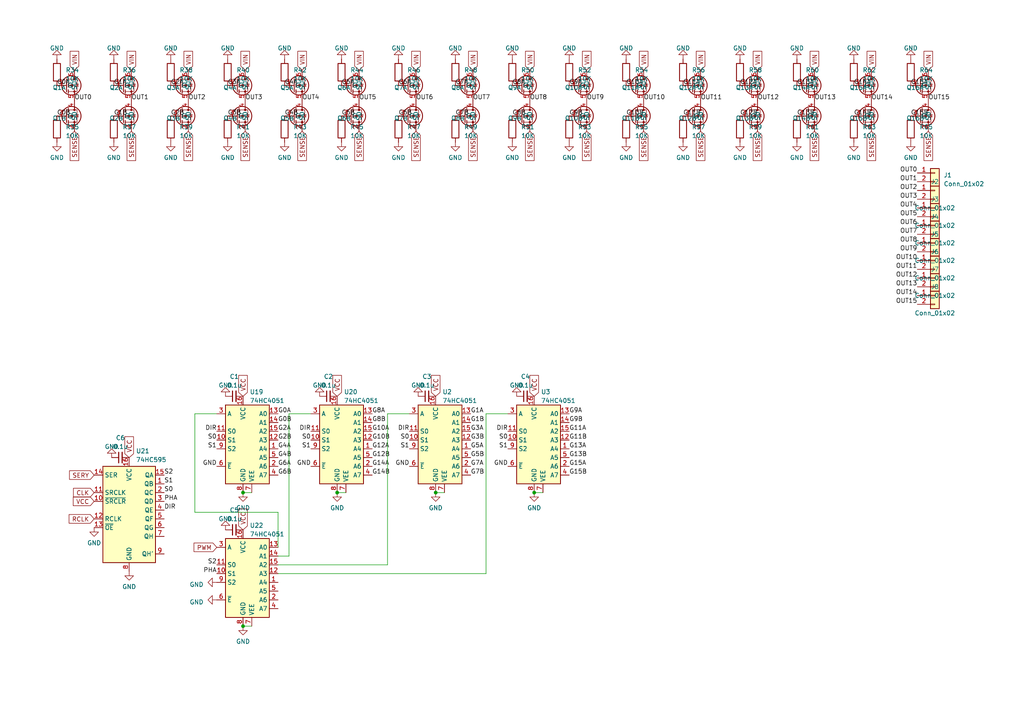
<source format=kicad_sch>
(kicad_sch (version 20230121) (generator eeschema)
  (paper "A4")
  (junction (at 126.365 142.875))
  (junction (at 70.485 142.875))
  (junction (at 70.485 181.61))
  (junction (at 97.79 142.875))
  (junction (at 154.94 142.875))
  (wire (pts (xy 154.94 142.875) (xy 157.48 142.875)))
  (wire (pts (xy 83.82 161.29) (xy 83.82 120.015)))
  (wire (pts (xy 56.515 148.59) (xy 56.515 120.015)))
  (wire (pts (xy 112.395 163.83) (xy 80.645 163.83)))
  (wire (pts (xy 126.365 142.875) (xy 128.905 142.875)))
  (wire (pts (xy 56.515 120.015) (xy 62.865 120.015)))
  (wire (pts (xy 112.395 120.015) (xy 118.745 120.015)))
  (wire (pts (xy 112.395 120.015) (xy 112.395 163.83)))
  (wire (pts (xy 80.645 148.59) (xy 56.515 148.59)))
  (wire (pts (xy 97.79 142.875) (xy 100.33 142.875)))
  (wire (pts (xy 83.82 120.015) (xy 90.17 120.015)))
  (wire (pts (xy 140.97 166.37) (xy 80.645 166.37)))
  (wire (pts (xy 140.97 120.015) (xy 147.32 120.015)))
  (wire (pts (xy 140.97 120.015) (xy 140.97 166.37)))
  (wire (pts (xy 80.645 161.29) (xy 83.82 161.29)))
  (wire (pts (xy 70.485 181.61) (xy 73.025 181.61)))
  (wire (pts (xy 80.645 158.75) (xy 80.645 148.59)))
  (wire (pts (xy 70.485 142.875) (xy 73.025 142.875)))
  (label "DIR" (at 62.865 125.095 180))
  (label "G6B" (at 80.645 137.795 0))
  (label "S0" (at 62.865 127.635 180))
  (label "OUT10" (at 266.065 75.565 180))
  (label "G11A" (at 165.1 125.095 0))
  (label "OUT5" (at 266.065 62.865 180))
  (label "G10A" (at 181.61 24.765 0))
  (label "PHA" (at 62.865 166.37 180))
  (label "OUT13" (at 266.065 83.185 180))
  (label "G13A" (at 165.1 130.175 0))
  (label "G5B" (at 136.525 132.715 0))
  (label "G3A" (at 66.04 24.765 0))
  (label "G5B" (at 99.06 33.655 0))
  (label "OUT9" (at 170.18 29.21 0))
  (label "G1B" (at 136.525 122.555 0))
  (label "G3A" (at 136.525 125.095 0))
  (label "G11B" (at 165.1 127.635 0))
  (label "OUT8" (at 153.67 29.21 0))
  (label "G2A" (at 80.645 125.095 0))
  (label "OUT4" (at 87.63 29.21 0))
  (label "G0A" (at 80.645 120.015 0))
  (label "G15A" (at 264.16 24.765 0))
  (label "G14A" (at 247.65 24.765 0))
  (label "G6A" (at 80.645 135.255 0))
  (label "OUT7" (at 266.065 67.945 180))
  (label "OUT14" (at 266.065 85.725 180))
  (label "G12B" (at 107.95 132.715 0))
  (label "G13B" (at 165.1 132.715 0))
  (label "G7A" (at 132.08 24.765 0))
  (label "OUT6" (at 266.065 65.405 180))
  (label "G9A" (at 165.1 120.015 0))
  (label "G2A" (at 49.53 24.765 0))
  (label "OUT12" (at 266.065 80.645 180))
  (label "G5A" (at 136.525 130.175 0))
  (label "S1" (at 118.745 130.175 180))
  (label "G7B" (at 132.08 33.655 0))
  (label "G15B" (at 264.16 33.655 0))
  (label "PHA" (at 47.625 145.415 0))
  (label "G15B" (at 165.1 137.795 0))
  (label "G14B" (at 247.65 33.655 0))
  (label "G9B" (at 165.1 122.555 0))
  (label "S1" (at 47.625 140.335 0))
  (label "OUT0" (at 21.59 29.21 0))
  (label "S0" (at 90.17 127.635 180))
  (label "S2" (at 47.625 137.795 0))
  (label "G11A" (at 198.12 24.765 0))
  (label "G12B" (at 214.63 33.655 0))
  (label "G3B" (at 66.04 33.655 0))
  (label "OUT2" (at 54.61 29.21 0))
  (label "G2B" (at 80.645 127.635 0))
  (label "G9A" (at 165.1 24.765 0))
  (label "G0A" (at 16.51 24.765 0))
  (label "OUT11" (at 266.065 78.105 180))
  (label "G4B" (at 82.55 33.655 0))
  (label "OUT4" (at 266.065 60.325 180))
  (label "G5A" (at 99.06 24.765 0))
  (label "OUT1" (at 266.065 52.705 180))
  (label "G4B" (at 80.645 132.715 0))
  (label "G12A" (at 107.95 130.175 0))
  (label "S0" (at 118.745 127.635 180))
  (label "G8A" (at 148.59 24.765 0))
  (label "GND" (at 147.32 135.255 180))
  (label "G9B" (at 165.1 33.655 0))
  (label "OUT0" (at 266.065 50.165 180))
  (label "G13B" (at 231.14 33.655 0))
  (label "G14A" (at 107.95 135.255 0))
  (label "OUT12" (at 219.71 29.21 0))
  (label "OUT13" (at 236.22 29.21 0))
  (label "G13A" (at 231.14 24.765 0))
  (label "S1" (at 147.32 130.175 180))
  (label "S1" (at 90.17 130.175 180))
  (label "G0B" (at 80.645 122.555 0))
  (label "OUT9" (at 266.065 73.025 180))
  (label "G11B" (at 198.12 33.655 0))
  (label "G3B" (at 136.525 127.635 0))
  (label "GND" (at 62.865 135.255 180))
  (label "OUT1" (at 38.1 29.21 0))
  (label "G10B" (at 107.95 127.635 0))
  (label "G4A" (at 82.55 24.765 0))
  (label "G8A" (at 107.95 120.015 0))
  (label "G10A" (at 107.95 125.095 0))
  (label "OUT14" (at 252.73 29.21 0))
  (label "DIR" (at 147.32 125.095 180))
  (label "G0B" (at 16.51 33.655 0))
  (label "OUT6" (at 120.65 29.21 0))
  (label "OUT3" (at 266.065 57.785 180))
  (label "G15A" (at 165.1 135.255 0))
  (label "G8B" (at 107.95 122.555 0))
  (label "S0" (at 147.32 127.635 180))
  (label "OUT15" (at 269.24 29.21 0))
  (label "OUT8" (at 266.065 70.485 180))
  (label "G14B" (at 107.95 137.795 0))
  (label "DIR" (at 47.625 147.955 0))
  (label "G2B" (at 49.53 33.655 0))
  (label "GND" (at 118.745 135.255 180))
  (label "G8B" (at 148.59 33.655 0))
  (label "OUT2" (at 266.065 55.245 180))
  (label "G1A" (at 136.525 120.015 0))
  (label "DIR" (at 90.17 125.095 180))
  (label "G1B" (at 33.02 33.655 0))
  (label "G6B" (at 115.57 33.655 0))
  (label "S2" (at 62.865 163.83 180))
  (label "S0" (at 47.625 142.875 0))
  (label "OUT10" (at 186.69 29.21 0))
  (label "G7A" (at 136.525 135.255 0))
  (label "S1" (at 62.865 130.175 180))
  (label "OUT5" (at 104.14 29.21 0))
  (label "GND" (at 90.17 135.255 180))
  (label "OUT7" (at 137.16 29.21 0))
  (label "G6A" (at 115.57 24.765 0))
  (label "G1A" (at 33.02 24.765 0))
  (label "OUT11" (at 203.2 29.21 0))
  (label "G10B" (at 181.61 33.655 0))
  (label "DIR" (at 118.745 125.095 180))
  (label "G12A" (at 214.63 24.765 0))
  (label "OUT3" (at 71.12 29.21 0))
  (label "OUT15" (at 266.065 88.265 180))
  (label "G4A" (at 80.645 130.175 0))
  (label "G7B" (at 136.525 137.795 0))
  (global_label "VIN" (shape input) (at 186.69 20.32 90) (property "Intersheetrefs" "${INTERSHEET_REFS}" (effects hide)))
  (global_label "SENSE" (shape input) (at 87.63 38.1 270) (property "Intersheetrefs" "${INTERSHEET_REFS}" (effects hide)))
  (global_label "VIN" (shape input) (at 219.71 20.32 90) (property "Intersheetrefs" "${INTERSHEET_REFS}" (effects hide)))
  (global_label "SENSE" (shape input) (at 186.69 38.1 270) (property "Intersheetrefs" "${INTERSHEET_REFS}" (effects hide)))
  (global_label "VIN" (shape input) (at 203.2 20.32 90) (property "Intersheetrefs" "${INTERSHEET_REFS}" (effects hide)))
  (global_label "SENSE" (shape input) (at 252.73 38.1 270) (property "Intersheetrefs" "${INTERSHEET_REFS}" (effects hide)))
  (global_label "VIN" (shape input) (at 137.16 20.32 90) (property "Intersheetrefs" "${INTERSHEET_REFS}" (effects hide)))
  (global_label "VIN" (shape input) (at 252.73 20.32 90) (property "Intersheetrefs" "${INTERSHEET_REFS}" (effects hide)))
  (global_label "VIN" (shape input) (at 87.63 20.32 90) (property "Intersheetrefs" "${INTERSHEET_REFS}" (effects hide)))
  (global_label "VCC" (shape input) (at 27.305 145.415 180) (property "Intersheetrefs" "${INTERSHEET_REFS}" (effects hide)))
  (global_label "SENSE" (shape input) (at 219.71 38.1 270) (property "Intersheetrefs" "${INTERSHEET_REFS}" (effects hide)))
  (global_label "VIN" (shape input) (at 71.12 20.32 90) (property "Intersheetrefs" "${INTERSHEET_REFS}" (effects hide)))
  (global_label "SENSE" (shape input) (at 203.2 38.1 270) (property "Intersheetrefs" "${INTERSHEET_REFS}" (effects hide)))
  (global_label "SENSE" (shape input) (at 170.18 38.1 270) (property "Intersheetrefs" "${INTERSHEET_REFS}" (effects hide)))
  (global_label "VCC" (shape input) (at 70.485 153.67 90) (property "Intersheetrefs" "${INTERSHEET_REFS}" (effects hide)))
  (global_label "RCLK" (shape input) (at 27.305 150.495 180) (property "Intersheetrefs" "${INTERSHEET_REFS}" (effects hide)))
  (global_label "VIN" (shape input) (at 21.59 20.32 90) (property "Intersheetrefs" "${INTERSHEET_REFS}" (effects hide)))
  (global_label "VIN" (shape input) (at 54.61 20.32 90) (property "Intersheetrefs" "${INTERSHEET_REFS}" (effects hide)))
  (global_label "SENSE" (shape input) (at 21.59 38.1 270) (property "Intersheetrefs" "${INTERSHEET_REFS}" (effects hide)))
  (global_label "PWM" (shape input) (at 62.865 158.75 180) (property "Intersheetrefs" "${INTERSHEET_REFS}" (effects hide)))
  (global_label "VCC" (shape input) (at 97.79 114.935 90) (property "Intersheetrefs" "${INTERSHEET_REFS}" (effects hide)))
  (global_label "VIN" (shape input) (at 236.22 20.32 90) (property "Intersheetrefs" "${INTERSHEET_REFS}" (effects hide)))
  (global_label "SENSE" (shape input) (at 54.61 38.1 270) (property "Intersheetrefs" "${INTERSHEET_REFS}" (effects hide)))
  (global_label "SENSE" (shape input) (at 236.22 38.1 270) (property "Intersheetrefs" "${INTERSHEET_REFS}" (effects hide)))
  (global_label "VIN" (shape input) (at 120.65 20.32 90) (property "Intersheetrefs" "${INTERSHEET_REFS}" (effects hide)))
  (global_label "SENSE" (shape input) (at 269.24 38.1 270) (property "Intersheetrefs" "${INTERSHEET_REFS}" (effects hide)))
  (global_label "SENSE" (shape input) (at 120.65 38.1 270) (property "Intersheetrefs" "${INTERSHEET_REFS}" (effects hide)))
  (global_label "VIN" (shape input) (at 104.14 20.32 90) (property "Intersheetrefs" "${INTERSHEET_REFS}" (effects hide)))
  (global_label "CLK" (shape input) (at 27.305 142.875 180) (property "Intersheetrefs" "${INTERSHEET_REFS}" (effects hide)))
  (global_label "VIN" (shape input) (at 269.24 20.32 90) (property "Intersheetrefs" "${INTERSHEET_REFS}" (effects hide)))
  (global_label "VCC" (shape input) (at 154.94 114.935 90) (property "Intersheetrefs" "${INTERSHEET_REFS}" (effects hide)))
  (global_label "SENSE" (shape input) (at 38.1 38.1 270) (property "Intersheetrefs" "${INTERSHEET_REFS}" (effects hide)))
  (global_label "VIN" (shape input) (at 38.1 20.32 90) (property "Intersheetrefs" "${INTERSHEET_REFS}" (effects hide)))
  (global_label "VIN" (shape input) (at 153.67 20.32 90) (property "Intersheetrefs" "${INTERSHEET_REFS}" (effects hide)))
  (global_label "VCC" (shape input) (at 126.365 114.935 90) (property "Intersheetrefs" "${INTERSHEET_REFS}" (effects hide)))
  (global_label "SENSE" (shape input) (at 71.12 38.1 270) (property "Intersheetrefs" "${INTERSHEET_REFS}" (effects hide)))
  (global_label "SENSE" (shape input) (at 137.16 38.1 270) (property "Intersheetrefs" "${INTERSHEET_REFS}" (effects hide)))
  (global_label "SENSE" (shape input) (at 104.14 38.1 270) (property "Intersheetrefs" "${INTERSHEET_REFS}" (effects hide)))
  (global_label "VCC" (shape input) (at 37.465 132.715 90) (property "Intersheetrefs" "${INTERSHEET_REFS}" (effects hide)))
  (global_label "SENSE" (shape input) (at 153.67 38.1 270) (property "Intersheetrefs" "${INTERSHEET_REFS}" (effects hide)))
  (global_label "SERY" (shape input) (at 27.305 137.795 180) (property "Intersheetrefs" "${INTERSHEET_REFS}" (effects hide)))
  (global_label "VIN" (shape input) (at 170.18 20.32 90) (property "Intersheetrefs" "${INTERSHEET_REFS}" (effects hide)))
  (global_label "VCC" (shape input) (at 70.485 114.935 90) (property "Intersheetrefs" "${INTERSHEET_REFS}" (effects hide)))
  (symbol (lib_id "TacTile2:DMN2053UVT") (at 203.2 33.655 0) (unit 2)
    (property "Reference" "Q12" (at 196.85 34.29 0) (effects (justify left)))
    (property "Value" "~" (at 203.2 33.655 0))
    (property "Footprint" "Package_TO_SOT_SMD:TSOT-23-6" (effects hide))
    (instances (project "PEST_Driver" (path "" (reference "Q12") (unit 2)) (path "" (reference "Q12") (unit 2)) (path "" (reference "Q28") (unit 2))))
  )
  (symbol (lib_id "power:GND") (at 92.71 114.935 180) (unit 1)
    (property "Reference" "#PWR0123" (effects hide))
    (property "Value" "GND" (at 92.71 111.76 0))
    (instances (project "PEST_Driver" (path "" (reference "#PWR0123") (unit 1)) (path "" (reference "#PWR054") (unit 1))))
  )
  (symbol (lib_id "Device:R") (at 214.63 20.955 0) (unit 1)
    (property "Reference" "R58" (at 217.17 20.32 0) (effects (justify left)))
    (property "Value" "10K" (at 217.17 22.86 0) (effects (justify left)))
    (property "Footprint" "Resistor_SMD:R_0402_1005Metric" (effects hide))
    (instances (project "PEST_Driver" (path "" (reference "R58") (unit 1)) (path "" (reference "R90") (unit 1))))
  )
  (symbol (lib_id "power:GND") (at 99.06 17.145 180) (unit 1)
    (property "Reference" "#PWR06" (effects hide))
    (property "Value" "GND" (at 99.06 13.97 0))
    (instances (project "PEST_Driver" (path "" (reference "#PWR06") (unit 1)) (path "" (reference "#PWR099") (unit 1))))
  )
  (symbol (lib_id "TacTile2:DMN2053UVT") (at 269.24 24.765 0) (unit 1)
    (property "Reference" "Q16" (at 262.89 25.4 0) (effects (justify left)))
    (property "Value" "~" (at 269.24 24.765 0))
    (property "Footprint" "Package_TO_SOT_SMD:TSOT-23-6" (effects hide))
    (instances (project "PEST_Driver" (path "" (reference "Q16") (unit 1)) (path "" (reference "Q16") (unit 1)) (path "" (reference "Q32") (unit 1))))
  )
  (symbol (lib_id "Connector_Generic:Conn_01x02") (at 271.145 60.325 0) (unit 1)
    (property "Reference" "J3" (at 271.145 57.785 0))
    (property "Value" "Conn_01x02" (at 271.145 65.405 0))
    (property "Footprint" "TacTile2:High_Current_Jumper" (effects hide))
    (instances (project "PEST_Driver" (path "" (reference "J3") (unit 1)) (path "" (reference "J3") (unit 1)) (path "" (reference "J12") (unit 1))))
  )
  (symbol (lib_id "Device:R") (at 231.14 20.955 0) (unit 1)
    (property "Reference" "R60" (at 233.68 20.32 0) (effects (justify left)))
    (property "Value" "10K" (at 233.68 22.86 0) (effects (justify left)))
    (property "Footprint" "Resistor_SMD:R_0402_1005Metric" (effects hide))
    (instances (project "PEST_Driver" (path "" (reference "R60") (unit 1)) (path "" (reference "R91") (unit 1))))
  )
  (symbol (lib_id "TacTile2:DMN2053UVT") (at 137.16 33.655 0) (unit 2)
    (property "Reference" "Q8" (at 130.81 34.29 0) (effects (justify left)))
    (property "Value" "~" (at 137.16 33.655 0))
    (property "Footprint" "Package_TO_SOT_SMD:TSOT-23-6" (effects hide))
    (instances (project "PEST_Driver" (path "" (reference "Q8") (unit 2)) (path "" (reference "Q8") (unit 2)) (path "" (reference "Q24") (unit 2))))
  )
  (symbol (lib_id "power:GND") (at 115.57 41.275 0) (unit 1)
    (property "Reference" "#PWR035" (effects hide))
    (property "Value" "GND" (at 115.57 45.72 0))
    (instances (project "PEST_Driver" (path "" (reference "#PWR035") (unit 1)) (path "" (reference "#PWR0105") (unit 1))))
  )
  (symbol (lib_id "TacTile2:DMN2053UVT") (at 203.2 24.765 0) (unit 1)
    (property "Reference" "Q12" (at 196.85 25.4 0) (effects (justify left)))
    (property "Value" "~" (at 203.2 24.765 0))
    (property "Footprint" "Package_TO_SOT_SMD:TSOT-23-6" (effects hide))
    (instances (project "PEST_Driver" (path "" (reference "Q12") (unit 1)) (path "" (reference "Q12") (unit 1)) (path "" (reference "Q28") (unit 1))))
  )
  (symbol (lib_id "power:GND") (at 62.865 173.99 270) (unit 1)
    (property "Reference" "#PWR049" (effects hide))
    (property "Value" "GND" (at 59.055 174.625 90) (effects (justify right)))
    (instances (project "PEST_Driver" (path "" (reference "#PWR049") (unit 1)) (path "" (reference "#PWR018") (unit 1))))
  )
  (symbol (lib_id "power:GND") (at 27.305 153.035 0) (unit 1)
    (property "Reference" "#PWR045" (effects hide))
    (property "Value" "GND" (at 27.305 157.48 0))
    (instances (project "PEST_Driver" (path "" (reference "#PWR045") (unit 1)) (path "" (reference "#PWR017") (unit 1))))
  )
  (symbol (lib_id "power:GND") (at 49.53 17.145 180) (unit 1)
    (property "Reference" "#PWR03" (effects hide))
    (property "Value" "GND" (at 49.53 13.97 0))
    (instances (project "PEST_Driver" (path "" (reference "#PWR03") (unit 1)) (path "" (reference "#PWR094") (unit 1))))
  )
  (symbol (lib_id "power:GND") (at 126.365 142.875 0) (unit 1)
    (property "Reference" "#PWR057" (effects hide))
    (property "Value" "GND" (at 126.365 147.32 0))
    (instances (project "PEST_Driver" (path "" (reference "#PWR057") (unit 1)) (path "" (reference "#PWR013") (unit 1))))
  )
  (symbol (lib_id "power:GND") (at 97.79 142.875 0) (unit 1)
    (property "Reference" "#PWR055" (effects hide))
    (property "Value" "GND" (at 97.79 147.32 0))
    (instances (project "PEST_Driver" (path "" (reference "#PWR055") (unit 1)) (path "" (reference "#PWR012") (unit 1))))
  )
  (symbol (lib_id "power:GND") (at 62.865 168.91 270) (unit 1)
    (property "Reference" "#PWR048" (effects hide))
    (property "Value" "GND" (at 59.055 169.545 90) (effects (justify right)))
    (instances (project "PEST_Driver" (path "" (reference "#PWR048") (unit 1)) (path "" (reference "#PWR019") (unit 1))))
  )
  (symbol (lib_id "Device:C_Small") (at 67.945 153.67 90) (unit 1)
    (property "Reference" "C5" (at 67.9513 147.955 90))
    (property "Value" "0.1u" (at 67.9513 150.495 90))
    (property "Footprint" "Capacitor_SMD:C_0402_1005Metric" (effects hide))
    (instances (project "PEST_Driver" (path "" (reference "C5") (unit 1)) (path "" (reference "C12") (unit 1))))
  )
  (symbol (lib_id "Device:R") (at 231.14 37.465 0) (unit 1)
    (property "Reference" "R61" (at 233.68 36.83 0) (effects (justify left)))
    (property "Value" "10K" (at 233.68 39.37 0) (effects (justify left)))
    (property "Footprint" "Resistor_SMD:R_0402_1005Metric" (effects hide))
    (instances (project "PEST_Driver" (path "" (reference "R61") (unit 1)) (path "" (reference "R95") (unit 1))))
  )
  (symbol (lib_id "TacTile2:DMN2053UVT") (at 236.22 33.655 0) (unit 2)
    (property "Reference" "Q14" (at 229.87 34.29 0) (effects (justify left)))
    (property "Value" "~" (at 236.22 33.655 0))
    (property "Footprint" "Package_TO_SOT_SMD:TSOT-23-6" (effects hide))
    (instances (project "PEST_Driver" (path "" (reference "Q14") (unit 2)) (path "" (reference "Q14") (unit 2)) (path "" (reference "Q30") (unit 2))))
  )
  (symbol (lib_id "power:GND") (at 264.16 41.275 0) (unit 1)
    (property "Reference" "#PWR044" (effects hide))
    (property "Value" "GND" (at 264.16 45.72 0))
    (instances (project "PEST_Driver" (path "" (reference "#PWR044") (unit 1)) (path "" (reference "#PWR0121") (unit 1))))
  )
  (symbol (lib_id "power:GND") (at 70.485 142.875 0) (unit 1)
    (property "Reference" "#PWR052" (effects hide))
    (property "Value" "GND" (at 70.485 147.32 0))
    (instances (project "PEST_Driver" (path "" (reference "#PWR052") (unit 1)) (path "" (reference "#PWR011") (unit 1))))
  )
  (symbol (lib_id "power:GND") (at 32.385 132.715 180) (unit 1)
    (property "Reference" "#PWR0127" (effects hide))
    (property "Value" "GND" (at 32.385 129.54 0))
    (instances (project "PEST_Driver" (path "" (reference "#PWR0127") (unit 1)) (path "" (reference "#PWR046") (unit 1))))
  )
  (symbol (lib_id "TacTile2:DMN2053UVT") (at 219.71 24.765 0) (unit 1)
    (property "Reference" "Q13" (at 213.36 25.4 0) (effects (justify left)))
    (property "Value" "~" (at 219.71 24.765 0))
    (property "Footprint" "Package_TO_SOT_SMD:TSOT-23-6" (effects hide))
    (instances (project "PEST_Driver" (path "" (reference "Q13") (unit 1)) (path "" (reference "Q13") (unit 1)) (path "" (reference "Q29") (unit 1))))
  )
  (symbol (lib_id "Device:R") (at 49.53 20.955 0) (unit 1)
    (property "Reference" "R38" (at 52.07 20.32 0) (effects (justify left)))
    (property "Value" "10K" (at 52.07 22.86 0) (effects (justify left)))
    (property "Footprint" "Resistor_SMD:R_0402_1005Metric" (effects hide))
    (instances (project "PEST_Driver" (path "" (reference "R38") (unit 1)) (path "" (reference "R70") (unit 1))))
  )
  (symbol (lib_id "Connector_Generic:Conn_01x02") (at 271.145 85.725 0) (unit 1)
    (property "Reference" "J8" (at 271.145 83.185 0))
    (property "Value" "Conn_01x02" (at 271.145 90.805 0))
    (property "Footprint" "TacTile2:High_Current_Jumper" (effects hide))
    (instances (project "PEST_Driver" (path "" (reference "J8") (unit 1)) (path "" (reference "J8") (unit 1)) (path "" (reference "J17") (unit 1))))
  )
  (symbol (lib_id "74xx:74HC595") (at 37.465 147.955 0) (unit 1)
    (property "Reference" "U21" (at 39.4209 130.81 0) (effects (justify left)))
    (property "Value" "74HC595" (at 39.4209 133.35 0) (effects (justify left)))
    (property "Footprint" "Package_SO:TSSOP-16_4.4x5mm_P0.65mm" (effects hide))
    (property "Datasheet" "http://www.ti.com/lit/ds/symlink/sn74hc595.pdf" (effects hide))
    (instances (project "PEST_Driver" (path "" (reference "U21") (unit 1)) (path "" (reference "U12") (unit 1)) (path "" (reference "U11") (unit 1))))
  )
  (symbol (lib_id "power:GND") (at 165.1 41.275 0) (unit 1)
    (property "Reference" "#PWR038" (effects hide))
    (property "Value" "GND" (at 165.1 45.72 0))
    (instances (project "PEST_Driver" (path "" (reference "#PWR038") (unit 1)) (path "" (reference "#PWR0111") (unit 1))))
  )
  (symbol (lib_id "Device:R") (at 16.51 37.465 0) (unit 1)
    (property "Reference" "R35" (at 19.05 36.83 0) (effects (justify left)))
    (property "Value" "10K" (at 19.05 39.37 0) (effects (justify left)))
    (property "Footprint" "Resistor_SMD:R_0402_1005Metric" (effects hide))
    (instances (project "PEST_Driver" (path "" (reference "R35") (unit 1)) (path "" (reference "R67") (unit 1))))
  )
  (symbol (lib_id "Device:R") (at 198.12 20.955 0) (unit 1)
    (property "Reference" "R56" (at 200.66 20.32 0) (effects (justify left)))
    (property "Value" "10K" (at 200.66 22.86 0) (effects (justify left)))
    (property "Footprint" "Resistor_SMD:R_0402_1005Metric" (effects hide))
    (instances (project "PEST_Driver" (path "" (reference "R56") (unit 1)) (path "" (reference "R86") (unit 1))))
  )
  (symbol (lib_id "Device:R") (at 214.63 37.465 0) (unit 1)
    (property "Reference" "R59" (at 217.17 36.83 0) (effects (justify left)))
    (property "Value" "10K" (at 217.17 39.37 0) (effects (justify left)))
    (property "Footprint" "Resistor_SMD:R_0402_1005Metric" (effects hide))
    (instances (project "PEST_Driver" (path "" (reference "R59") (unit 1)) (path "" (reference "R94") (unit 1))))
  )
  (symbol (lib_id "74xx:74HC4051") (at 126.365 127.635 0) (unit 1)
    (property "Reference" "U2" (at 128.3209 113.665 0) (effects (justify left)))
    (property "Value" "74HC4051" (at 128.3209 116.205 0) (effects (justify left)))
    (property "Footprint" "Package_SO:TSSOP-16_4.4x5mm_P0.65mm" (effects hide))
    (property "Datasheet" "http://www.ti.com/lit/ds/symlink/cd74hc4051.pdf" (effects hide))
    (instances (project "PEST_Driver" (path "" (reference "U2") (unit 1)) (path "" (reference "U4") (unit 1)) (path "" (reference "U9") (unit 1))))
  )
  (symbol (lib_id "TacTile2:DMN2053UVT") (at 153.67 33.655 0) (unit 2)
    (property "Reference" "Q9" (at 147.32 34.29 0) (effects (justify left)))
    (property "Value" "~" (at 153.67 33.655 0))
    (property "Footprint" "Package_TO_SOT_SMD:TSOT-23-6" (effects hide))
    (instances (project "PEST_Driver" (path "" (reference "Q9") (unit 2)) (path "" (reference "Q9") (unit 2)) (path "" (reference "Q25") (unit 2))))
  )
  (symbol (lib_id "Device:R") (at 264.16 20.955 0) (unit 1)
    (property "Reference" "R64" (at 266.7 20.32 0) (effects (justify left)))
    (property "Value" "10K" (at 266.7 22.86 0) (effects (justify left)))
    (property "Footprint" "Resistor_SMD:R_0402_1005Metric" (effects hide))
    (instances (project "PEST_Driver" (path "" (reference "R64") (unit 1)) (path "" (reference "R93") (unit 1))))
  )
  (symbol (lib_id "TacTile2:DMN2053UVT") (at 54.61 33.655 0) (unit 2)
    (property "Reference" "Q3" (at 48.26 34.29 0) (effects (justify left)))
    (property "Value" "~" (at 54.61 33.655 0))
    (property "Footprint" "Package_TO_SOT_SMD:TSOT-23-6" (effects hide))
    (instances (project "PEST_Driver" (path "" (reference "Q3") (unit 2)) (path "" (reference "Q3") (unit 2)) (path "" (reference "Q19") (unit 2))))
  )
  (symbol (lib_id "TacTile2:DMN2053UVT") (at 170.18 24.765 0) (unit 1)
    (property "Reference" "Q10" (at 163.83 25.4 0) (effects (justify left)))
    (property "Value" "~" (at 170.18 24.765 0))
    (property "Footprint" "Package_TO_SOT_SMD:TSOT-23-6" (effects hide))
    (instances (project "PEST_Driver" (path "" (reference "Q10") (unit 1)) (path "" (reference "Q10") (unit 1)) (path "" (reference "Q26") (unit 1))))
  )
  (symbol (lib_id "power:GND") (at 198.12 41.275 0) (unit 1)
    (property "Reference" "#PWR040" (effects hide))
    (property "Value" "GND" (at 198.12 45.72 0))
    (instances (project "PEST_Driver" (path "" (reference "#PWR040") (unit 1)) (path "" (reference "#PWR0113") (unit 1))))
  )
  (symbol (lib_id "TacTile2:DMN2053UVT") (at 87.63 24.765 0) (unit 1)
    (property "Reference" "Q5" (at 81.28 25.4 0) (effects (justify left)))
    (property "Value" "~" (at 87.63 24.765 0))
    (property "Footprint" "Package_TO_SOT_SMD:TSOT-23-6" (effects hide))
    (instances (project "PEST_Driver" (path "" (reference "Q5") (unit 1)) (path "" (reference "Q5") (unit 1)) (path "" (reference "Q21") (unit 1))))
  )
  (symbol (lib_id "power:GND") (at 165.1 17.145 180) (unit 1)
    (property "Reference" "#PWR010" (effects hide))
    (property "Value" "GND" (at 165.1 13.97 0))
    (instances (project "PEST_Driver" (path "" (reference "#PWR010") (unit 1)) (path "" (reference "#PWR0108") (unit 1))))
  )
  (symbol (lib_id "power:GND") (at 82.55 41.275 0) (unit 1)
    (property "Reference" "#PWR033" (effects hide))
    (property "Value" "GND" (at 82.55 45.72 0))
    (instances (project "PEST_Driver" (path "" (reference "#PWR033") (unit 1)) (path "" (reference "#PWR0100") (unit 1))))
  )
  (symbol (lib_id "power:GND") (at 231.14 41.275 0) (unit 1)
    (property "Reference" "#PWR042" (effects hide))
    (property "Value" "GND" (at 231.14 45.72 0))
    (instances (project "PEST_Driver" (path "" (reference "#PWR042") (unit 1)) (path "" (reference "#PWR0119") (unit 1))))
  )
  (symbol (lib_id "Device:R") (at 165.1 37.465 0) (unit 1)
    (property "Reference" "R53" (at 167.64 36.83 0) (effects (justify left)))
    (property "Value" "10K" (at 167.64 39.37 0) (effects (justify left)))
    (property "Footprint" "Resistor_SMD:R_0402_1005Metric" (effects hide))
    (instances (project "PEST_Driver" (path "" (reference "R53") (unit 1)) (path "" (reference "R87") (unit 1))))
  )
  (symbol (lib_id "TacTile2:DMN2053UVT") (at 137.16 24.765 0) (unit 1)
    (property "Reference" "Q8" (at 130.81 25.4 0) (effects (justify left)))
    (property "Value" "~" (at 137.16 24.765 0))
    (property "Footprint" "Package_TO_SOT_SMD:TSOT-23-6" (effects hide))
    (instances (project "PEST_Driver" (path "" (reference "Q8") (unit 1)) (path "" (reference "Q8") (unit 1)) (path "" (reference "Q24") (unit 1))))
  )
  (symbol (lib_id "TacTile2:DMN2053UVT") (at 38.1 24.765 0) (unit 1)
    (property "Reference" "Q2" (at 31.75 25.4 0) (effects (justify left)))
    (property "Value" "~" (at 38.1 24.765 0))
    (property "Footprint" "Package_TO_SOT_SMD:TSOT-23-6" (effects hide))
    (instances (project "PEST_Driver" (path "" (reference "Q2") (unit 1)) (path "" (reference "Q2") (unit 1)) (path "" (reference "Q18") (unit 1))))
  )
  (symbol (lib_id "Device:C_Small") (at 34.925 132.715 90) (unit 1)
    (property "Reference" "C6" (at 34.9313 127 90))
    (property "Value" "0.1u" (at 34.9313 129.54 90))
    (property "Footprint" "Capacitor_SMD:C_0402_1005Metric" (effects hide))
    (instances (project "PEST_Driver" (path "" (reference "C6") (unit 1)) (path "" (reference "C11") (unit 1))))
  )
  (symbol (lib_id "TacTile2:DMN2053UVT") (at 236.22 24.765 0) (unit 1)
    (property "Reference" "Q14" (at 229.87 25.4 0) (effects (justify left)))
    (property "Value" "~" (at 236.22 24.765 0))
    (property "Footprint" "Package_TO_SOT_SMD:TSOT-23-6" (effects hide))
    (instances (project "PEST_Driver" (path "" (reference "Q14") (unit 1)) (path "" (reference "Q14") (unit 1)) (path "" (reference "Q30") (unit 1))))
  )
  (symbol (lib_id "TacTile2:DMN2053UVT") (at 71.12 24.765 0) (unit 1)
    (property "Reference" "Q4" (at 64.77 25.4 0) (effects (justify left)))
    (property "Value" "~" (at 71.12 24.765 0))
    (property "Footprint" "Package_TO_SOT_SMD:TSOT-23-6" (effects hide))
    (instances (project "PEST_Driver" (path "" (reference "Q4") (unit 1)) (path "" (reference "Q4") (unit 1)) (path "" (reference "Q20") (unit 1))))
  )
  (symbol (lib_id "TacTile2:DMN2053UVT") (at 38.1 33.655 0) (unit 2)
    (property "Reference" "Q2" (at 31.75 34.29 0) (effects (justify left)))
    (property "Value" "~" (at 38.1 33.655 0))
    (property "Footprint" "Package_TO_SOT_SMD:TSOT-23-6" (effects hide))
    (instances (project "PEST_Driver" (path "" (reference "Q2") (unit 2)) (path "" (reference "Q2") (unit 2)) (path "" (reference "Q18") (unit 2))))
  )
  (symbol (lib_id "Device:R") (at 49.53 37.465 0) (unit 1)
    (property "Reference" "R39" (at 52.07 36.83 0) (effects (justify left)))
    (property "Value" "10K" (at 52.07 39.37 0) (effects (justify left)))
    (property "Footprint" "Resistor_SMD:R_0402_1005Metric" (effects hide))
    (instances (project "PEST_Driver" (path "" (reference "R39") (unit 1)) (path "" (reference "R72") (unit 1))))
  )
  (symbol (lib_id "power:GND") (at 247.65 17.145 180) (unit 1)
    (property "Reference" "#PWR027" (effects hide))
    (property "Value" "GND" (at 247.65 13.97 0))
    (instances (project "PEST_Driver" (path "" (reference "#PWR027") (unit 1)) (path "" (reference "#PWR0116") (unit 1))))
  )
  (symbol (lib_id "74xx:74HC4051") (at 97.79 127.635 0) (unit 1)
    (property "Reference" "U20" (at 99.7459 113.665 0) (effects (justify left)))
    (property "Value" "74HC4051" (at 99.7459 116.205 0) (effects (justify left)))
    (property "Footprint" "Package_SO:TSSOP-16_4.4x5mm_P0.65mm" (effects hide))
    (property "Datasheet" "http://www.ti.com/lit/ds/symlink/cd74hc4051.pdf" (effects hide))
    (instances (project "PEST_Driver" (path "" (reference "U20") (unit 1)) (path "" (reference "U3") (unit 1)) (path "" (reference "U8") (unit 1))))
  )
  (symbol (lib_id "Device:R") (at 82.55 37.465 0) (unit 1)
    (property "Reference" "R43" (at 85.09 36.83 0) (effects (justify left)))
    (property "Value" "10K" (at 85.09 39.37 0) (effects (justify left)))
    (property "Footprint" "Resistor_SMD:R_0402_1005Metric" (effects hide))
    (instances (project "PEST_Driver" (path "" (reference "R43") (unit 1)) (path "" (reference "R76") (unit 1))))
  )
  (symbol (lib_id "Device:R") (at 148.59 20.955 0) (unit 1)
    (property "Reference" "R50" (at 151.13 20.32 0) (effects (justify left)))
    (property "Value" "10K" (at 151.13 22.86 0) (effects (justify left)))
    (property "Footprint" "Resistor_SMD:R_0402_1005Metric" (effects hide))
    (instances (project "PEST_Driver" (path "" (reference "R50") (unit 1)) (path "" (reference "R80") (unit 1))))
  )
  (symbol (lib_id "TacTile2:DMN2053UVT") (at 87.63 33.655 0) (unit 2)
    (property "Reference" "Q5" (at 81.28 34.29 0) (effects (justify left)))
    (property "Value" "~" (at 87.63 33.655 0))
    (property "Footprint" "Package_TO_SOT_SMD:TSOT-23-6" (effects hide))
    (instances (project "PEST_Driver" (path "" (reference "Q5") (unit 2)) (path "" (reference "Q5") (unit 2)) (path "" (reference "Q21") (unit 2))))
  )
  (symbol (lib_id "TacTile2:DMN2053UVT") (at 120.65 24.765 0) (unit 1)
    (property "Reference" "Q7" (at 114.3 25.4 0) (effects (justify left)))
    (property "Value" "~" (at 120.65 24.765 0))
    (property "Footprint" "Package_TO_SOT_SMD:TSOT-23-6" (effects hide))
    (instances (project "PEST_Driver" (path "" (reference "Q7") (unit 1)) (path "" (reference "Q7") (unit 1)) (path "" (reference "Q23") (unit 1))))
  )
  (symbol (lib_id "power:GND") (at 37.465 165.735 0) (unit 1)
    (property "Reference" "#PWR047" (effects hide))
    (property "Value" "GND" (at 37.465 170.18 0))
    (instances (project "PEST_Driver" (path "" (reference "#PWR047") (unit 1)) (path "" (reference "#PWR015") (unit 1))))
  )
  (symbol (lib_id "power:GND") (at 148.59 41.275 0) (unit 1)
    (property "Reference" "#PWR037" (effects hide))
    (property "Value" "GND" (at 148.59 45.72 0))
    (instances (project "PEST_Driver" (path "" (reference "#PWR037") (unit 1)) (path "" (reference "#PWR0107") (unit 1))))
  )
  (symbol (lib_id "74xx:74HC4051") (at 154.94 127.635 0) (unit 1)
    (property "Reference" "U3" (at 156.8959 113.665 0) (effects (justify left)))
    (property "Value" "74HC4051" (at 156.8959 116.205 0) (effects (justify left)))
    (property "Footprint" "Package_SO:TSSOP-16_4.4x5mm_P0.65mm" (effects hide))
    (property "Datasheet" "http://www.ti.com/lit/ds/symlink/cd74hc4051.pdf" (effects hide))
    (instances (project "PEST_Driver" (path "" (reference "U3") (unit 1)) (path "" (reference "U5") (unit 1)) (path "" (reference "U10") (unit 1))))
  )
  (symbol (lib_id "Device:R") (at 115.57 20.955 0) (unit 1)
    (property "Reference" "R46" (at 118.11 20.32 0) (effects (justify left)))
    (property "Value" "10K" (at 118.11 22.86 0) (effects (justify left)))
    (property "Footprint" "Resistor_SMD:R_0402_1005Metric" (effects hide))
    (instances (project "PEST_Driver" (path "" (reference "R46") (unit 1)) (path "" (reference "R78") (unit 1))))
  )
  (symbol (lib_id "power:GND") (at 148.59 17.145 180) (unit 1)
    (property "Reference" "#PWR09" (effects hide))
    (property "Value" "GND" (at 148.59 13.97 0))
    (instances (project "PEST_Driver" (path "" (reference "#PWR09") (unit 1)) (path "" (reference "#PWR0104") (unit 1))))
  )
  (symbol (lib_id "power:GND") (at 70.485 181.61 0) (unit 1)
    (property "Reference" "#PWR053" (effects hide))
    (property "Value" "GND" (at 70.485 186.055 0))
    (instances (project "PEST_Driver" (path "" (reference "#PWR053") (unit 1)) (path "" (reference "#PWR016") (unit 1))))
  )
  (symbol (lib_id "Connector_Generic:Conn_01x02") (at 271.145 80.645 0) (unit 1)
    (property "Reference" "J7" (at 271.145 78.105 0))
    (property "Value" "Conn_01x02" (at 271.145 85.725 0))
    (property "Footprint" "TacTile2:High_Current_Jumper" (effects hide))
    (instances (project "PEST_Driver" (path "" (reference "J7") (unit 1)) (path "" (reference "J7") (unit 1)) (path "" (reference "J16") (unit 1))))
  )
  (symbol (lib_id "TacTile2:DMN2053UVT") (at 252.73 24.765 0) (unit 1)
    (property "Reference" "Q15" (at 246.38 25.4 0) (effects (justify left)))
    (property "Value" "~" (at 252.73 24.765 0))
    (property "Footprint" "Package_TO_SOT_SMD:TSOT-23-6" (effects hide))
    (instances (project "PEST_Driver" (path "" (reference "Q15") (unit 1)) (path "" (reference "Q15") (unit 1)) (path "" (reference "Q31") (unit 1))))
  )
  (symbol (lib_id "power:GND") (at 65.405 153.67 180) (unit 1)
    (property "Reference" "#PWR0126" (effects hide))
    (property "Value" "GND" (at 65.405 150.495 0))
    (instances (project "PEST_Driver" (path "" (reference "#PWR0126") (unit 1)) (path "" (reference "#PWR051") (unit 1))))
  )
  (symbol (lib_id "Device:R") (at 115.57 37.465 0) (unit 1)
    (property "Reference" "R47" (at 118.11 36.83 0) (effects (justify left)))
    (property "Value" "10K" (at 118.11 39.37 0) (effects (justify left)))
    (property "Footprint" "Resistor_SMD:R_0402_1005Metric" (effects hide))
    (instances (project "PEST_Driver" (path "" (reference "R47") (unit 1)) (path "" (reference "R81") (unit 1))))
  )
  (symbol (lib_id "Device:R") (at 66.04 37.465 0) (unit 1)
    (property "Reference" "R41" (at 68.58 36.83 0) (effects (justify left)))
    (property "Value" "10K" (at 68.58 39.37 0) (effects (justify left)))
    (property "Footprint" "Resistor_SMD:R_0402_1005Metric" (effects hide))
    (instances (project "PEST_Driver" (path "" (reference "R41") (unit 1)) (path "" (reference "R73") (unit 1))))
  )
  (symbol (lib_id "TacTile2:DMN2053UVT") (at 54.61 24.765 0) (unit 1)
    (property "Reference" "Q3" (at 48.26 25.4 0) (effects (justify left)))
    (property "Value" "~" (at 54.61 24.765 0))
    (property "Footprint" "Package_TO_SOT_SMD:TSOT-23-6" (effects hide))
    (instances (project "PEST_Driver" (path "" (reference "Q3") (unit 1)) (path "" (reference "Q3") (unit 1)) (path "" (reference "Q19") (unit 1))))
  )
  (symbol (lib_id "Device:R") (at 181.61 20.955 0) (unit 1)
    (property "Reference" "R54" (at 184.15 20.32 0) (effects (justify left)))
    (property "Value" "10K" (at 184.15 22.86 0) (effects (justify left)))
    (property "Footprint" "Resistor_SMD:R_0402_1005Metric" (effects hide))
    (instances (project "PEST_Driver" (path "" (reference "R54") (unit 1)) (path "" (reference "R85") (unit 1))))
  )
  (symbol (lib_id "TacTile2:DMN2053UVT") (at 104.14 24.765 0) (unit 1)
    (property "Reference" "Q6" (at 97.79 25.4 0) (effects (justify left)))
    (property "Value" "~" (at 104.14 24.765 0))
    (property "Footprint" "Package_TO_SOT_SMD:TSOT-23-6" (effects hide))
    (instances (project "PEST_Driver" (path "" (reference "Q6") (unit 1)) (path "" (reference "Q6") (unit 1)) (path "" (reference "Q22") (unit 1))))
  )
  (symbol (lib_id "power:GND") (at 16.51 41.275 0) (unit 1)
    (property "Reference" "#PWR029" (effects hide))
    (property "Value" "GND" (at 16.51 45.72 0))
    (instances (project "PEST_Driver" (path "" (reference "#PWR029") (unit 1)) (path "" (reference "#PWR091") (unit 1))))
  )
  (symbol (lib_id "power:GND") (at 115.57 17.145 180) (unit 1)
    (property "Reference" "#PWR07" (effects hide))
    (property "Value" "GND" (at 115.57 13.97 0))
    (instances (project "PEST_Driver" (path "" (reference "#PWR07") (unit 1)) (path "" (reference "#PWR0102") (unit 1))))
  )
  (symbol (lib_id "power:GND") (at 132.08 41.275 0) (unit 1)
    (property "Reference" "#PWR036" (effects hide))
    (property "Value" "GND" (at 132.08 45.72 0))
    (instances (project "PEST_Driver" (path "" (reference "#PWR036") (unit 1)) (path "" (reference "#PWR0106") (unit 1))))
  )
  (symbol (lib_id "power:GND") (at 264.16 17.145 180) (unit 1)
    (property "Reference" "#PWR028" (effects hide))
    (property "Value" "GND" (at 264.16 13.97 0))
    (instances (project "PEST_Driver" (path "" (reference "#PWR028") (unit 1)) (path "" (reference "#PWR0117") (unit 1))))
  )
  (symbol (lib_id "power:GND") (at 66.04 41.275 0) (unit 1)
    (property "Reference" "#PWR032" (effects hide))
    (property "Value" "GND" (at 66.04 45.72 0))
    (instances (project "PEST_Driver" (path "" (reference "#PWR032") (unit 1)) (path "" (reference "#PWR097") (unit 1))))
  )
  (symbol (lib_id "TacTile2:DMN2053UVT") (at 120.65 33.655 0) (unit 2)
    (property "Reference" "Q7" (at 114.3 34.29 0) (effects (justify left)))
    (property "Value" "~" (at 120.65 33.655 0))
    (property "Footprint" "Package_TO_SOT_SMD:TSOT-23-6" (effects hide))
    (instances (project "PEST_Driver" (path "" (reference "Q7") (unit 2)) (path "" (reference "Q7") (unit 2)) (path "" (reference "Q23") (unit 2))))
  )
  (symbol (lib_id "power:GND") (at 198.12 17.145 180) (unit 1)
    (property "Reference" "#PWR024" (effects hide))
    (property "Value" "GND" (at 198.12 13.97 0))
    (instances (project "PEST_Driver" (path "" (reference "#PWR024") (unit 1)) (path "" (reference "#PWR0110") (unit 1))))
  )
  (symbol (lib_id "Device:C_Small") (at 123.825 114.935 90) (unit 1)
    (property "Reference" "C3" (at 123.8313 109.22 90))
    (property "Value" "0.1u" (at 123.8313 111.76 90))
    (property "Footprint" "Capacitor_SMD:C_0402_1005Metric" (effects hide))
    (instances (project "PEST_Driver" (path "" (reference "C3") (unit 1)) (path "" (reference "C9") (unit 1))))
  )
  (symbol (lib_id "power:GND") (at 121.285 114.935 180) (unit 1)
    (property "Reference" "#PWR0124" (effects hide))
    (property "Value" "GND" (at 121.285 111.76 0))
    (instances (project "PEST_Driver" (path "" (reference "#PWR0124") (unit 1)) (path "" (reference "#PWR056") (unit 1))))
  )
  (symbol (lib_id "Device:R") (at 66.04 20.955 0) (unit 1)
    (property "Reference" "R40" (at 68.58 20.32 0) (effects (justify left)))
    (property "Value" "10K" (at 68.58 22.86 0) (effects (justify left)))
    (property "Footprint" "Resistor_SMD:R_0402_1005Metric" (effects hide))
    (instances (project "PEST_Driver" (path "" (reference "R40") (unit 1)) (path "" (reference "R71") (unit 1))))
  )
  (symbol (lib_id "Device:C_Small") (at 67.945 114.935 90) (unit 1)
    (property "Reference" "C1" (at 67.9513 109.22 90))
    (property "Value" "0.1u" (at 67.9513 111.76 90))
    (property "Footprint" "Capacitor_SMD:C_0402_1005Metric" (effects hide))
    (instances (project "PEST_Driver" (path "" (reference "C1") (unit 1)) (path "" (reference "C7") (unit 1))))
  )
  (symbol (lib_id "TacTile2:DMN2053UVT") (at 21.59 33.655 0) (unit 2)
    (property "Reference" "Q1" (at 15.24 34.29 0) (effects (justify left)))
    (property "Value" "~" (at 21.59 33.655 0))
    (property "Footprint" "Package_TO_SOT_SMD:TSOT-23-6" (effects hide))
    (instances (project "PEST_Driver" (path "" (reference "Q1") (unit 2)) (path "" (reference "Q1") (unit 2)) (path "" (reference "Q17") (unit 2))))
  )
  (symbol (lib_id "TacTile2:DMN2053UVT") (at 186.69 33.655 0) (unit 2)
    (property "Reference" "Q11" (at 180.34 34.29 0) (effects (justify left)))
    (property "Value" "~" (at 186.69 33.655 0))
    (property "Footprint" "Package_TO_SOT_SMD:TSOT-23-6" (effects hide))
    (instances (project "PEST_Driver" (path "" (reference "Q11") (unit 2)) (path "" (reference "Q11") (unit 2)) (path "" (reference "Q27") (unit 2))))
  )
  (symbol (lib_id "TacTile2:DMN2053UVT") (at 252.73 33.655 0) (unit 2)
    (property "Reference" "Q15" (at 246.38 34.29 0) (effects (justify left)))
    (property "Value" "~" (at 252.73 33.655 0))
    (property "Footprint" "Package_TO_SOT_SMD:TSOT-23-6" (effects hide))
    (instances (project "PEST_Driver" (path "" (reference "Q15") (unit 2)) (path "" (reference "Q15") (unit 2)) (path "" (reference "Q31") (unit 2))))
  )
  (symbol (lib_id "TacTile2:DMN2053UVT") (at 21.59 24.765 0) (unit 1)
    (property "Reference" "Q1" (at 15.24 25.4 0) (effects (justify left)))
    (property "Value" "~" (at 21.59 24.765 0))
    (property "Footprint" "Package_TO_SOT_SMD:TSOT-23-6" (effects hide))
    (instances (project "PEST_Driver" (path "" (reference "Q1") (unit 1)) (path "" (reference "Q1") (unit 1)) (path "" (reference "Q17") (unit 1))))
  )
  (symbol (lib_id "Device:R") (at 33.02 20.955 0) (unit 1)
    (property "Reference" "R36" (at 35.56 20.32 0) (effects (justify left)))
    (property "Value" "10K" (at 35.56 22.86 0) (effects (justify left)))
    (property "Footprint" "Resistor_SMD:R_0402_1005Metric" (effects hide))
    (instances (project "PEST_Driver" (path "" (reference "R36") (unit 1)) (path "" (reference "R68") (unit 1))))
  )
  (symbol (lib_id "Device:R") (at 33.02 37.465 0) (unit 1)
    (property "Reference" "R37" (at 35.56 36.83 0) (effects (justify left)))
    (property "Value" "10K" (at 35.56 39.37 0) (effects (justify left)))
    (property "Footprint" "Resistor_SMD:R_0402_1005Metric" (effects hide))
    (instances (project "PEST_Driver" (path "" (reference "R37") (unit 1)) (path "" (reference "R69") (unit 1))))
  )
  (symbol (lib_id "Device:C_Small") (at 95.25 114.935 90) (unit 1)
    (property "Reference" "C2" (at 95.2563 109.22 90))
    (property "Value" "0.1u" (at 95.2563 111.76 90))
    (property "Footprint" "Capacitor_SMD:C_0402_1005Metric" (effects hide))
    (instances (project "PEST_Driver" (path "" (reference "C2") (unit 1)) (path "" (reference "C8") (unit 1))))
  )
  (symbol (lib_id "Connector_Generic:Conn_01x02") (at 271.145 50.165 0) (unit 1)
    (property "Reference" "J1" (at 273.685 50.8 0) (effects (justify left)))
    (property "Value" "Conn_01x02" (at 273.685 53.34 0) (effects (justify left)))
    (property "Footprint" "TacTile2:High_Current_Jumper" (effects hide))
    (instances (project "PEST_Driver" (path "" (reference "J1") (unit 1)) (path "" (reference "J1") (unit 1)) (path "" (reference "J10") (unit 1))))
  )
  (symbol (lib_id "power:GND") (at 132.08 17.145 180) (unit 1)
    (property "Reference" "#PWR08" (effects hide))
    (property "Value" "GND" (at 132.08 13.97 0))
    (instances (project "PEST_Driver" (path "" (reference "#PWR08") (unit 1)) (path "" (reference "#PWR0103") (unit 1))))
  )
  (symbol (lib_id "Device:R") (at 198.12 37.465 0) (unit 1)
    (property "Reference" "R57" (at 200.66 36.83 0) (effects (justify left)))
    (property "Value" "10K" (at 200.66 39.37 0) (effects (justify left)))
    (property "Footprint" "Resistor_SMD:R_0402_1005Metric" (effects hide))
    (instances (project "PEST_Driver" (path "" (reference "R57") (unit 1)) (path "" (reference "R89") (unit 1))))
  )
  (symbol (lib_id "power:GND") (at 181.61 17.145 180) (unit 1)
    (property "Reference" "#PWR023" (effects hide))
    (property "Value" "GND" (at 181.61 13.97 0))
    (instances (project "PEST_Driver" (path "" (reference "#PWR023") (unit 1)) (path "" (reference "#PWR0109") (unit 1))))
  )
  (symbol (lib_id "Connector_Generic:Conn_01x02") (at 271.145 75.565 0) (unit 1)
    (property "Reference" "J6" (at 271.145 73.025 0))
    (property "Value" "Conn_01x02" (at 271.145 80.645 0))
    (property "Footprint" "TacTile2:High_Current_Jumper" (effects hide))
    (instances (project "PEST_Driver" (path "" (reference "J6") (unit 1)) (path "" (reference "J6") (unit 1)) (path "" (reference "J15") (unit 1))))
  )
  (symbol (lib_id "power:GND") (at 214.63 17.145 180) (unit 1)
    (property "Reference" "#PWR025" (effects hide))
    (property "Value" "GND" (at 214.63 13.97 0))
    (instances (project "PEST_Driver" (path "" (reference "#PWR025") (unit 1)) (path "" (reference "#PWR0114") (unit 1))))
  )
  (symbol (lib_id "power:GND") (at 82.55 17.145 180) (unit 1)
    (property "Reference" "#PWR05" (effects hide))
    (property "Value" "GND" (at 82.55 13.97 0))
    (instances (project "PEST_Driver" (path "" (reference "#PWR05") (unit 1)) (path "" (reference "#PWR098") (unit 1))))
  )
  (symbol (lib_id "power:GND") (at 16.51 17.145 180) (unit 1)
    (property "Reference" "#PWR01" (effects hide))
    (property "Value" "GND" (at 16.51 13.97 0))
    (instances (project "PEST_Driver" (path "" (reference "#PWR01") (unit 1)) (path "" (reference "#PWR090") (unit 1))))
  )
  (symbol (lib_id "Device:R") (at 247.65 20.955 0) (unit 1)
    (property "Reference" "R62" (at 250.19 20.32 0) (effects (justify left)))
    (property "Value" "10K" (at 250.19 22.86 0) (effects (justify left)))
    (property "Footprint" "Resistor_SMD:R_0402_1005Metric" (effects hide))
    (instances (project "PEST_Driver" (path "" (reference "R62") (unit 1)) (path "" (reference "R92") (unit 1))))
  )
  (symbol (lib_id "power:GND") (at 214.63 41.275 0) (unit 1)
    (property "Reference" "#PWR041" (effects hide))
    (property "Value" "GND" (at 214.63 45.72 0))
    (instances (project "PEST_Driver" (path "" (reference "#PWR041") (unit 1)) (path "" (reference "#PWR0118") (unit 1))))
  )
  (symbol (lib_id "power:GND") (at 247.65 41.275 0) (unit 1)
    (property "Reference" "#PWR043" (effects hide))
    (property "Value" "GND" (at 247.65 45.72 0))
    (instances (project "PEST_Driver" (path "" (reference "#PWR043") (unit 1)) (path "" (reference "#PWR0120") (unit 1))))
  )
  (symbol (lib_id "Device:R") (at 181.61 37.465 0) (unit 1)
    (property "Reference" "R55" (at 184.15 36.83 0) (effects (justify left)))
    (property "Value" "10K" (at 184.15 39.37 0) (effects (justify left)))
    (property "Footprint" "Resistor_SMD:R_0402_1005Metric" (effects hide))
    (instances (project "PEST_Driver" (path "" (reference "R55") (unit 1)) (path "" (reference "R88") (unit 1))))
  )
  (symbol (lib_id "power:GND") (at 231.14 17.145 180) (unit 1)
    (property "Reference" "#PWR026" (effects hide))
    (property "Value" "GND" (at 231.14 13.97 0))
    (instances (project "PEST_Driver" (path "" (reference "#PWR026") (unit 1)) (path "" (reference "#PWR0115") (unit 1))))
  )
  (symbol (lib_id "power:GND") (at 154.94 142.875 0) (unit 1)
    (property "Reference" "#PWR059" (effects hide))
    (property "Value" "GND" (at 154.94 147.32 0))
    (instances (project "PEST_Driver" (path "" (reference "#PWR059") (unit 1)) (path "" (reference "#PWR014") (unit 1))))
  )
  (symbol (lib_id "Connector_Generic:Conn_01x02") (at 271.145 65.405 0) (unit 1)
    (property "Reference" "J4" (at 271.145 62.865 0))
    (property "Value" "Conn_01x02" (at 271.145 70.485 0))
    (property "Footprint" "TacTile2:High_Current_Jumper" (effects hide))
    (instances (project "PEST_Driver" (path "" (reference "J4") (unit 1)) (path "" (reference "J4") (unit 1)) (path "" (reference "J13") (unit 1))))
  )
  (symbol (lib_id "power:GND") (at 33.02 17.145 180) (unit 1)
    (property "Reference" "#PWR02" (effects hide))
    (property "Value" "GND" (at 33.02 13.97 0))
    (instances (project "PEST_Driver" (path "" (reference "#PWR02") (unit 1)) (path "" (reference "#PWR092") (unit 1))))
  )
  (symbol (lib_id "power:GND") (at 99.06 41.275 0) (unit 1)
    (property "Reference" "#PWR034" (effects hide))
    (property "Value" "GND" (at 99.06 45.72 0))
    (instances (project "PEST_Driver" (path "" (reference "#PWR034") (unit 1)) (path "" (reference "#PWR0101") (unit 1))))
  )
  (symbol (lib_id "Device:R") (at 16.51 20.955 0) (unit 1)
    (property "Reference" "R34" (at 19.05 20.32 0) (effects (justify left)))
    (property "Value" "10K" (at 19.05 22.86 0) (effects (justify left)))
    (property "Footprint" "Resistor_SMD:R_0402_1005Metric" (effects hide))
    (instances (project "PEST_Driver" (path "" (reference "R34") (unit 1)) (path "" (reference "R66") (unit 1))))
  )
  (symbol (lib_id "Connector_Generic:Conn_01x02") (at 271.145 70.485 0) (unit 1)
    (property "Reference" "J5" (at 271.145 67.945 0))
    (property "Value" "Conn_01x02" (at 271.145 75.565 0))
    (property "Footprint" "TacTile2:High_Current_Jumper" (effects hide))
    (instances (project "PEST_Driver" (path "" (reference "J5") (unit 1)) (path "" (reference "J5") (unit 1)) (path "" (reference "J14") (unit 1))))
  )
  (symbol (lib_id "power:GND") (at 66.04 17.145 180) (unit 1)
    (property "Reference" "#PWR04" (effects hide))
    (property "Value" "GND" (at 66.04 13.97 0))
    (instances (project "PEST_Driver" (path "" (reference "#PWR04") (unit 1)) (path "" (reference "#PWR095") (unit 1))))
  )
  (symbol (lib_id "Device:R") (at 132.08 37.465 0) (unit 1)
    (property "Reference" "R49" (at 134.62 36.83 0) (effects (justify left)))
    (property "Value" "10K" (at 134.62 39.37 0) (effects (justify left)))
    (property "Footprint" "Resistor_SMD:R_0402_1005Metric" (effects hide))
    (instances (project "PEST_Driver" (path "" (reference "R49") (unit 1)) (path "" (reference "R82") (unit 1))))
  )
  (symbol (lib_id "Device:R") (at 264.16 37.465 0) (unit 1)
    (property "Reference" "R65" (at 266.7 36.83 0) (effects (justify left)))
    (property "Value" "10K" (at 266.7 39.37 0) (effects (justify left)))
    (property "Footprint" "Resistor_SMD:R_0402_1005Metric" (effects hide))
    (instances (project "PEST_Driver" (path "" (reference "R65") (unit 1)) (path "" (reference "R97") (unit 1))))
  )
  (symbol (lib_id "power:GND") (at 149.86 114.935 180) (unit 1)
    (property "Reference" "#PWR0125" (effects hide))
    (property "Value" "GND" (at 149.86 111.76 0))
    (instances (project "PEST_Driver" (path "" (reference "#PWR0125") (unit 1)) (path "" (reference "#PWR058") (unit 1))))
  )
  (symbol (lib_id "TacTile2:DMN2053UVT") (at 269.24 33.655 0) (unit 2)
    (property "Reference" "Q16" (at 262.89 34.29 0) (effects (justify left)))
    (property "Value" "~" (at 269.24 33.655 0))
    (property "Footprint" "Package_TO_SOT_SMD:TSOT-23-6" (effects hide))
    (instances (project "PEST_Driver" (path "" (reference "Q16") (unit 2)) (path "" (reference "Q16") (unit 2)) (path "" (reference "Q32") (unit 2))))
  )
  (symbol (lib_id "Device:R") (at 99.06 37.465 0) (unit 1)
    (property "Reference" "R45" (at 101.6 36.83 0) (effects (justify left)))
    (property "Value" "10K" (at 101.6 39.37 0) (effects (justify left)))
    (property "Footprint" "Resistor_SMD:R_0402_1005Metric" (effects hide))
    (instances (project "PEST_Driver" (path "" (reference "R45") (unit 1)) (path "" (reference "R77") (unit 1))))
  )
  (symbol (lib_id "TacTile2:DMN2053UVT") (at 71.12 33.655 0) (unit 2)
    (property "Reference" "Q4" (at 64.77 34.29 0) (effects (justify left)))
    (property "Value" "~" (at 71.12 33.655 0))
    (property "Footprint" "Package_TO_SOT_SMD:TSOT-23-6" (effects hide))
    (instances (project "PEST_Driver" (path "" (reference "Q4") (unit 2)) (path "" (reference "Q4") (unit 2)) (path "" (reference "Q20") (unit 2))))
  )
  (symbol (lib_id "Connector_Generic:Conn_01x02") (at 271.145 55.245 0) (unit 1)
    (property "Reference" "J2" (at 271.145 52.705 0))
    (property "Value" "Conn_01x02" (at 271.145 60.325 0))
    (property "Footprint" "TacTile2:High_Current_Jumper" (effects hide))
    (instances (project "PEST_Driver" (path "" (reference "J2") (unit 1)) (path "" (reference "J2") (unit 1)) (path "" (reference "J11") (unit 1))))
  )
  (symbol (lib_id "Device:R") (at 82.55 20.955 0) (unit 1)
    (property "Reference" "R42" (at 85.09 20.32 0) (effects (justify left)))
    (property "Value" "10K" (at 85.09 22.86 0) (effects (justify left)))
    (property "Footprint" "Resistor_SMD:R_0402_1005Metric" (effects hide))
    (instances (project "PEST_Driver" (path "" (reference "R42") (unit 1)) (path "" (reference "R74") (unit 1))))
  )
  (symbol (lib_id "power:GND") (at 181.61 41.275 0) (unit 1)
    (property "Reference" "#PWR039" (effects hide))
    (property "Value" "GND" (at 181.61 45.72 0))
    (instances (project "PEST_Driver" (path "" (reference "#PWR039") (unit 1)) (path "" (reference "#PWR0112") (unit 1))))
  )
  (symbol (lib_id "TacTile2:DMN2053UVT") (at 219.71 33.655 0) (unit 2)
    (property "Reference" "Q13" (at 213.36 34.29 0) (effects (justify left)))
    (property "Value" "~" (at 219.71 33.655 0))
    (property "Footprint" "Package_TO_SOT_SMD:TSOT-23-6" (effects hide))
    (instances (project "PEST_Driver" (path "" (reference "Q13") (unit 2)) (path "" (reference "Q13") (unit 2)) (path "" (reference "Q29") (unit 2))))
  )
  (symbol (lib_id "power:GND") (at 33.02 41.275 0) (unit 1)
    (property "Reference" "#PWR030" (effects hide))
    (property "Value" "GND" (at 33.02 45.72 0))
    (instances (project "PEST_Driver" (path "" (reference "#PWR030") (unit 1)) (path "" (reference "#PWR093") (unit 1))))
  )
  (symbol (lib_id "Device:R") (at 148.59 37.465 0) (unit 1)
    (property "Reference" "R51" (at 151.13 36.83 0) (effects (justify left)))
    (property "Value" "10K" (at 151.13 39.37 0) (effects (justify left)))
    (property "Footprint" "Resistor_SMD:R_0402_1005Metric" (effects hide))
    (instances (project "PEST_Driver" (path "" (reference "R51") (unit 1)) (path "" (reference "R83") (unit 1))))
  )
  (symbol (lib_id "TacTile2:DMN2053UVT") (at 153.67 24.765 0) (unit 1)
    (property "Reference" "Q9" (at 147.32 25.4 0) (effects (justify left)))
    (property "Value" "~" (at 153.67 24.765 0))
    (property "Footprint" "Package_TO_SOT_SMD:TSOT-23-6" (effects hide))
    (instances (project "PEST_Driver" (path "" (reference "Q9") (unit 1)) (path "" (reference "Q9") (unit 1)) (path "" (reference "Q25") (unit 1))))
  )
  (symbol (lib_id "Device:R") (at 132.08 20.955 0) (unit 1)
    (property "Reference" "R48" (at 134.62 20.32 0) (effects (justify left)))
    (property "Value" "10K" (at 134.62 22.86 0) (effects (justify left)))
    (property "Footprint" "Resistor_SMD:R_0402_1005Metric" (effects hide))
    (instances (project "PEST_Driver" (path "" (reference "R48") (unit 1)) (path "" (reference "R79") (unit 1))))
  )
  (symbol (lib_id "74xx:74HC4051") (at 70.485 166.37 0) (unit 1)
    (property "Reference" "U22" (at 72.4409 152.4 0) (effects (justify left)))
    (property "Value" "74HC4051" (at 72.4409 154.94 0) (effects (justify left)))
    (property "Footprint" "Package_SO:TSSOP-16_4.4x5mm_P0.65mm" (effects hide))
    (property "Datasheet" "http://www.ti.com/lit/ds/symlink/cd74hc4051.pdf" (effects hide))
    (instances (project "PEST_Driver" (path "" (reference "U22") (unit 1)) (path "" (reference "U6") (unit 1)) (path "" (reference "U13") (unit 1))))
  )
  (symbol (lib_id "TacTile2:DMN2053UVT") (at 186.69 24.765 0) (unit 1)
    (property "Reference" "Q11" (at 180.34 25.4 0) (effects (justify left)))
    (property "Value" "~" (at 186.69 24.765 0))
    (property "Footprint" "Package_TO_SOT_SMD:TSOT-23-6" (effects hide))
    (instances (project "PEST_Driver" (path "" (reference "Q11") (unit 1)) (path "" (reference "Q11") (unit 1)) (path "" (reference "Q27") (unit 1))))
  )
  (symbol (lib_id "Device:R") (at 247.65 37.465 0) (unit 1)
    (property "Reference" "R63" (at 250.19 36.83 0) (effects (justify left)))
    (property "Value" "10K" (at 250.19 39.37 0) (effects (justify left)))
    (property "Footprint" "Resistor_SMD:R_0402_1005Metric" (effects hide))
    (instances (project "PEST_Driver" (path "" (reference "R63") (unit 1)) (path "" (reference "R96") (unit 1))))
  )
  (symbol (lib_id "Device:R") (at 165.1 20.955 0) (unit 1)
    (property "Reference" "R52" (at 167.64 20.32 0) (effects (justify left)))
    (property "Value" "10K" (at 167.64 22.86 0) (effects (justify left)))
    (property "Footprint" "Resistor_SMD:R_0402_1005Metric" (effects hide))
    (instances (project "PEST_Driver" (path "" (reference "R52") (unit 1)) (path "" (reference "R84") (unit 1))))
  )
  (symbol (lib_id "TacTile2:DMN2053UVT") (at 104.14 33.655 0) (unit 2)
    (property "Reference" "Q6" (at 97.79 34.29 0) (effects (justify left)))
    (property "Value" "~" (at 104.14 33.655 0))
    (property "Footprint" "Package_TO_SOT_SMD:TSOT-23-6" (effects hide))
    (instances (project "PEST_Driver" (path "" (reference "Q6") (unit 2)) (path "" (reference "Q6") (unit 2)) (path "" (reference "Q22") (unit 2))))
  )
  (symbol (lib_id "Device:R") (at 99.06 20.955 0) (unit 1)
    (property "Reference" "R44" (at 101.6 20.32 0) (effects (justify left)))
    (property "Value" "10K" (at 101.6 22.86 0) (effects (justify left)))
    (property "Footprint" "Resistor_SMD:R_0402_1005Metric" (effects hide))
    (instances (project "PEST_Driver" (path "" (reference "R44") (unit 1)) (path "" (reference "R75") (unit 1))))
  )
  (symbol (lib_id "power:GND") (at 65.405 114.935 180) (unit 1)
    (property "Reference" "#PWR0122" (effects hide))
    (property "Value" "GND" (at 65.405 111.76 0))
    (instances (project "PEST_Driver" (path "" (reference "#PWR0122") (unit 1)) (path "" (reference "#PWR050") (unit 1))))
  )
  (symbol (lib_id "74xx:74HC4051") (at 70.485 127.635 0) (unit 1)
    (property "Reference" "U19" (at 72.4409 113.665 0) (effects (justify left)))
    (property "Value" "74HC4051" (at 72.4409 116.205 0) (effects (justify left)))
    (property "Footprint" "Package_SO:TSSOP-16_4.4x5mm_P0.65mm" (effects hide))
    (property "Datasheet" "http://www.ti.com/lit/ds/symlink/cd74hc4051.pdf" (effects hide))
    (instances (project "PEST_Driver" (path "" (reference "U19") (unit 1)) (path "" (reference "U2") (unit 1)) (path "" (reference "U7") (unit 1))))
  )
  (symbol (lib_id "power:GND") (at 49.53 41.275 0) (unit 1)
    (property "Reference" "#PWR031" (effects hide))
    (property "Value" "GND" (at 49.53 45.72 0))
    (instances (project "PEST_Driver" (path "" (reference "#PWR031") (unit 1)) (path "" (reference "#PWR096") (unit 1))))
  )
  (symbol (lib_id "TacTile2:DMN2053UVT") (at 170.18 33.655 0) (unit 2)
    (property "Reference" "Q10" (at 163.83 34.29 0) (effects (justify left)))
    (property "Value" "~" (at 170.18 33.655 0))
    (property "Footprint" "Package_TO_SOT_SMD:TSOT-23-6" (effects hide))
    (instances (project "PEST_Driver" (path "" (reference "Q10") (unit 2)) (path "" (reference "Q10") (unit 2)) (path "" (reference "Q26") (unit 2))))
  )
  (symbol (lib_id "Device:C_Small") (at 152.4 114.935 90) (unit 1)
    (property "Reference" "C4" (at 152.4063 109.22 90))
    (property "Value" "0.1u" (at 152.4063 111.76 90))
    (property "Footprint" "Capacitor_SMD:C_0402_1005Metric" (effects hide))
    (instances (project "PEST_Driver" (path "" (reference "C4") (unit 1)) (path "" (reference "C10") (unit 1))))
  )
)
</source>
